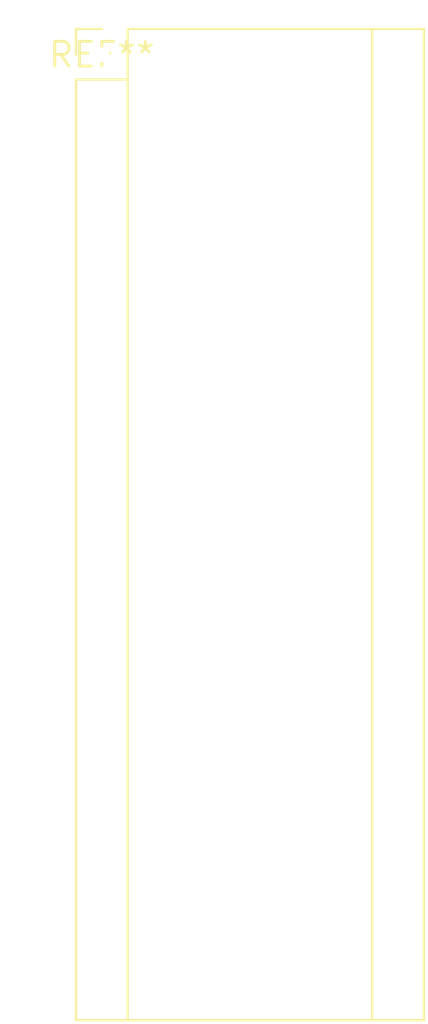
<source format=kicad_pcb>
(kicad_pcb (version 20240108) (generator pcbnew)
  (layers (0 "F.Cu" signal) (31 "B.Cu" signal) (34 "B.Paste" user) (35 "F.Paste" user) (36 "B.SilkS" user "B.Silkscreen") (37 "F.SilkS" user "F.Silkscreen") (38 "B.Mask" user) (39 "F.Mask" user) (44 "Edge.Cuts" user))
  (net 0 "")
  (footprint "Maple_Mini" (layer "F.Cu") (at 0 0)
    (property "Reference" "REF**")
    (property "Value" "Maple_Mini")
    (fp_line (start -1.33 -1.33) (end -1.33 0) (layer "F.SilkS") (stroke (width 0.12)))
    (fp_line (start -1.33 1.27) (end 1.33 1.27) (layer "F.SilkS") (stroke (width 0.12)))
    (fp_line (start -1.33 49.59) (end -1.33 1.27) (layer "F.SilkS") (stroke (width 0.12)))
    (fp_line (start 0 -1.33) (end -1.33 -1.33) (layer "F.SilkS") (stroke (width 0.12)))
    (fp_line (start 1.33 -1.33) (end 1.33 49.59) (layer "F.SilkS") (stroke (width 0.12)))
    (fp_line (start 1.33 -1.33) (end 16.57 -1.33) (layer "F.SilkS") (stroke (width 0.12)))
    (fp_line (start 13.91 49.59) (end 13.91 -1.33) (layer "F.SilkS") (stroke (width 0.12)))
    (fp_line (start 16.57 -1.33) (end 16.57 49.59) (layer "F.SilkS") (stroke (width 0.12)))
    (fp_line (start 16.57 49.59) (end -1.33 49.59) (layer "F.SilkS") (stroke (width 0.12)))
    (pad "1" thru_hole rect (at 0 0) (size 1.524 1.524) (drill 0.762) (layers *.Cu *.Mask) (remove_unused_layers))
    (pad "2" thru_hole circle (at 0 2.54) (size 1.524 1.524) (drill 0.762) (layers *.Cu *.Mask) (remove_unused_layers))
    (pad "3" thru_hole circle (at 0 5.08) (size 1.524 1.524) (drill 0.762) (layers *.Cu *.Mask) (remove_unused_layers))
    (pad "4" thru_hole circle (at 0 7.62) (size 1.524 1.524) (drill 0.762) (layers *.Cu *.Mask) (remove_unused_layers))
    (pad "5" thru_hole circle (at 0 10.16) (size 1.524 1.524) (drill 0.762) (layers *.Cu *.Mask) (remove_unused_layers))
    (pad "6" thru_hole circle (at 0 12.7) (size 1.524 1.524) (drill 0.762) (layers *.Cu *.Mask) (remove_unused_layers))
    (pad "7" thru_hole circle (at 0 15.24) (size 1.524 1.524) (drill 0.762) (layers *.Cu *.Mask) (remove_unused_layers))
    (pad "8" thru_hole circle (at 0 17.78) (size 1.524 1.524) (drill 0.762) (layers *.Cu *.Mask) (remove_unused_layers))
    (pad "9" thru_hole circle (at 0 20.32) (size 1.524 1.524) (drill 0.762) (layers *.Cu *.Mask) (remove_unused_layers))
    (pad "10" thru_hole circle (at 0 22.86) (size 1.524 1.524) (drill 0.762) (layers *.Cu *.Mask) (remove_unused_layers))
    (pad "11" thru_hole circle (at 0 25.4) (size 1.524 1.524) (drill 0.762) (layers *.Cu *.Mask) (remove_unused_layers))
    (pad "12" thru_hole circle (at 0 27.94) (size 1.524 1.524) (drill 0.762) (layers *.Cu *.Mask) (remove_unused_layers))
    (pad "13" thru_hole circle (at 0 30.48) (size 1.524 1.524) (drill 0.762) (layers *.Cu *.Mask) (remove_unused_layers))
    (pad "14" thru_hole circle (at 0 33.02) (size 1.524 1.524) (drill 0.762) (layers *.Cu *.Mask) (remove_unused_layers))
    (pad "15" thru_hole circle (at 0 35.56) (size 1.524 1.524) (drill 0.762) (layers *.Cu *.Mask) (remove_unused_layers))
    (pad "16" thru_hole circle (at 0 38.1) (size 1.524 1.524) (drill 0.762) (layers *.Cu *.Mask) (remove_unused_layers))
    (pad "17" thru_hole circle (at 0 40.64) (size 1.524 1.524) (drill 0.762) (layers *.Cu *.Mask) (remove_unused_layers))
    (pad "18" thru_hole circle (at 0 43.18) (size 1.524 1.524) (drill 0.762) (layers *.Cu *.Mask) (remove_unused_layers))
    (pad "19" thru_hole circle (at 0 45.72) (size 1.524 1.524) (drill 0.762) (layers *.Cu *.Mask) (remove_unused_layers))
    (pad "20" thru_hole circle (at 0 48.26) (size 1.524 1.524) (drill 0.762) (layers *.Cu *.Mask) (remove_unused_layers))
    (pad "21" thru_hole circle (at 15.24 48.26) (size 1.524 1.524) (drill 0.762) (layers *.Cu *.Mask) (remove_unused_layers))
    (pad "22" thru_hole circle (at 15.24 45.72) (size 1.524 1.524) (drill 0.762) (layers *.Cu *.Mask) (remove_unused_layers))
    (pad "23" thru_hole circle (at 15.24 43.18) (size 1.524 1.524) (drill 0.762) (layers *.Cu *.Mask) (remove_unused_layers))
    (pad "24" thru_hole circle (at 15.24 40.64) (size 1.524 1.524) (drill 0.762) (layers *.Cu *.Mask) (remove_unused_layers))
    (pad "25" thru_hole circle (at 15.24 38.1) (size 1.524 1.524) (drill 0.762) (layers *.Cu *.Mask) (remove_unused_layers))
    (pad "26" thru_hole circle (at 15.24 35.56) (size 1.524 1.524) (drill 0.762) (layers *.Cu *.Mask) (remove_unused_layers))
    (pad "27" thru_hole circle (at 15.24 33.02) (size 1.524 1.524) (drill 0.762) (layers *.Cu *.Mask) (remove_unused_layers))
    (pad "28" thru_hole circle (at 15.24 30.48) (size 1.524 1.524) (drill 0.762) (layers *.Cu *.Mask) (remove_unused_layers))
    (pad "29" thru_hole circle (at 15.24 27.94) (size 1.524 1.524) (drill 0.762) (layers *.Cu *.Mask) (remove_unused_layers))
    (pad "30" thru_hole circle (at 15.24 25.4) (size 1.524 1.524) (drill 0.762) (layers *.Cu *.Mask) (remove_unused_layers))
    (pad "31" thru_hole circle (at 15.24 22.86) (size 1.524 1.524) (drill 0.762) (layers *.Cu *.Mask) (remove_unused_layers))
    (pad "32" thru_hole circle (at 15.24 20.32) (size 1.524 1.524) (drill 0.762) (layers *.Cu *.Mask) (remove_unused_layers))
    (pad "33" thru_hole circle (at 15.24 17.78) (size 1.524 1.524) (drill 0.762) (layers *.Cu *.Mask) (remove_unused_layers))
    (pad "34" thru_hole circle (at 15.24 15.24) (size 1.524 1.524) (drill 0.762) (layers *.Cu *.Mask) (remove_unused_layers))
    (pad "35" thru_hole circle (at 15.24 12.7) (size 1.524 1.524) (drill 0.762) (layers *.Cu *.Mask) (remove_unused_layers))
    (pad "36" thru_hole circle (at 15.24 10.16) (size 1.524 1.524) (drill 0.762) (layers *.Cu *.Mask) (remove_unused_layers))
    (pad "37" thru_hole circle (at 15.24 7.62) (size 1.524 1.524) (drill 0.762) (layers *.Cu *.Mask) (remove_unused_layers))
    (pad "38" thru_hole circle (at 15.24 5.08) (size 1.524 1.524) (drill 0.762) (layers *.Cu *.Mask) (remove_unused_layers))
    (pad "39" thru_hole circle (at 15.24 2.54) (size 1.524 1.524) (drill 0.762) (layers *.Cu *.Mask) (remove_unused_layers))
    (pad "40" thru_hole circle (at 15.24 0) (size 1.524 1.524) (drill 0.762) (layers *.Cu *.Mask) (remove_unused_layers))
  )
)
</source>
